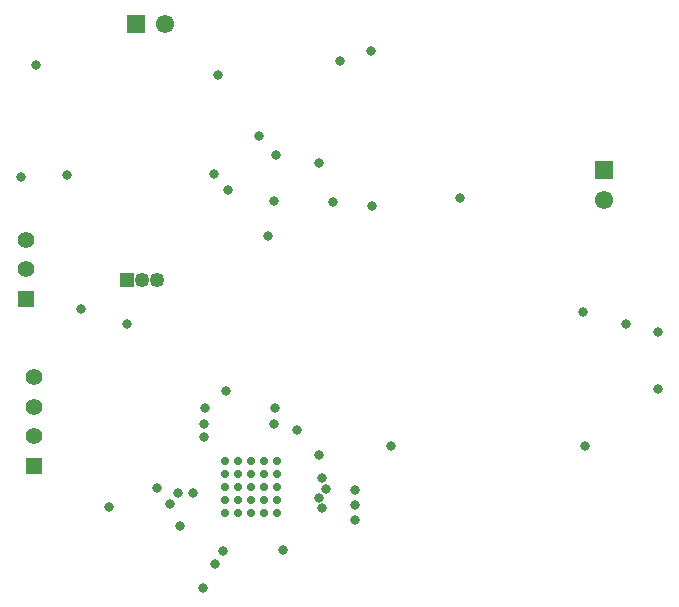
<source format=gbs>
%FSTAX23Y23*%
%MOIN*%
%SFA1B1*%

%IPPOS*%
%ADD53R,0.055118X0.055118*%
%ADD54C,0.055118*%
%ADD55C,0.049338*%
%ADD56R,0.049338X0.049338*%
%ADD57R,0.061024X0.061024*%
%ADD58C,0.061024*%
%ADD59R,0.061024X0.061024*%
%ADD60C,0.032016*%
%ADD61C,0.027685*%
%LNswimmingpool-1*%
%LPD*%
G54D53*
X0316Y01512D03*
X03135Y02068D03*
G54D54*
X0316Y0161D03*
Y01709D03*
Y01807D03*
X03135Y02166D03*
Y02265D03*
G54D55*
X0357Y0213D03*
X0352D03*
G54D56*
X0347Y0213D03*
G54D57*
X0506Y02498D03*
G54D58*
X0506Y02399D03*
X03599Y02985D03*
G54D59*
X035Y02985D03*
G54D60*
X0458Y02405D03*
X03725Y01105D03*
X0347Y01985D03*
X04113Y01548D03*
X04353Y01578D03*
X04998D03*
X05243Y01768D03*
Y01958D03*
X04993Y02023D03*
X03118Y02473D03*
X03169Y02848D03*
X03413Y01373D03*
X03573Y01438D03*
X05135Y01985D03*
X03941Y02279D03*
X04285Y02895D03*
X04287Y02376D03*
X04157Y02391D03*
X03807Y02431D03*
X03967Y02546D03*
X04183Y02861D03*
X03272Y02481D03*
X03318Y02034D03*
X03765Y01185D03*
X03647Y01311D03*
X0364Y0142D03*
X03615Y01385D03*
X0369Y0142D03*
X03792Y01226D03*
X03992Y01231D03*
X03727Y01606D03*
X03802Y01761D03*
X04037Y01631D03*
X03962Y01651D03*
X03727D03*
X03965Y01705D03*
X0373D03*
X0411Y01405D03*
X04135Y01435D03*
X0412Y0147D03*
X0423Y0138D03*
Y0143D03*
Y0133D03*
X0412Y0137D03*
X0376Y02485D03*
X0411Y0252D03*
X0391Y0261D03*
X0396Y02395D03*
X03775Y02815D03*
G54D61*
X03798Y01526D03*
X03841D03*
X03885D03*
X03928D03*
X03971D03*
X03798Y01483D03*
X03841D03*
X03885D03*
X03928D03*
X03971D03*
X03798Y0144D03*
X03841D03*
X03885D03*
X03928D03*
X03971D03*
X03798Y01396D03*
X03841D03*
X03885D03*
X03928D03*
X03971D03*
X03798Y01353D03*
X03841D03*
X03885D03*
X03928D03*
X03971D03*
M02*
</source>
